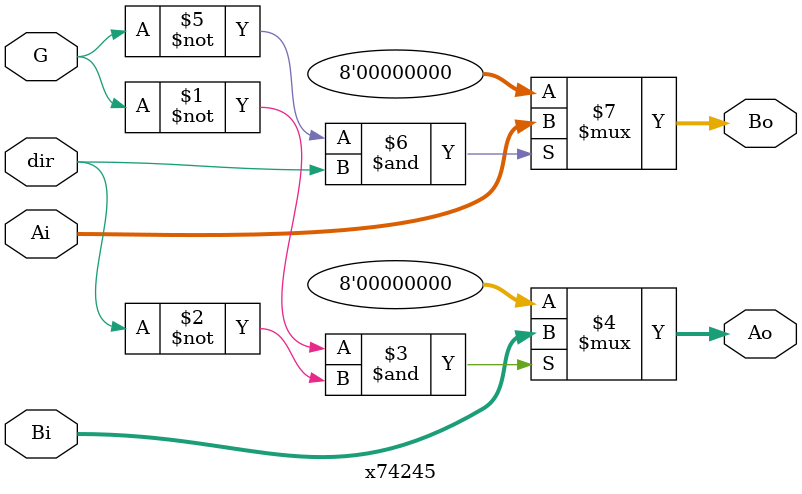
<source format=v>

module x74245(
  input [7:0] Ai,
  input [7:0] Bi,
  output [7:0] Ao,
  output [7:0] Bo,
  input dir,
  input G
);

assign Ao = ~G & ~dir ? Bi : 8'd0;
assign Bo = ~G & dir ? Ai : 8'd0;

endmodule

</source>
